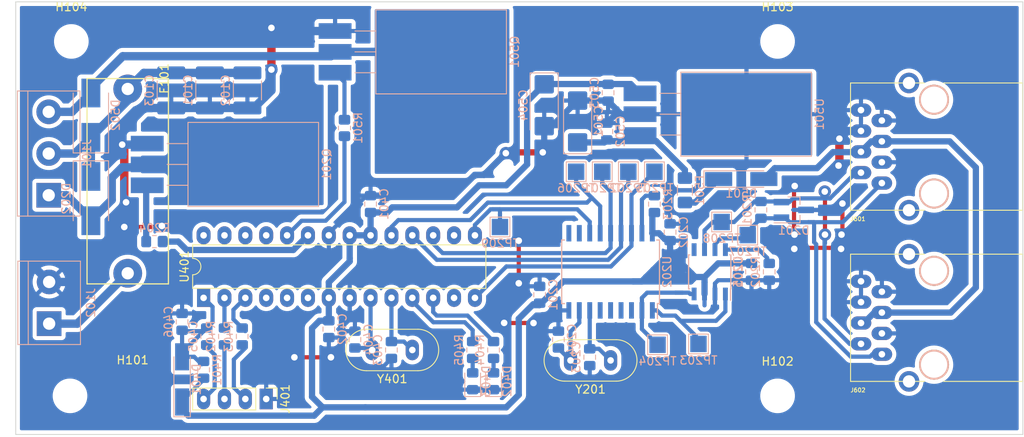
<source format=kicad_pcb>
(kicad_pcb (version 20211014) (generator pcbnew)
  (layers (0 "F.Cu" jumper) (31 "B.Cu" signal) (34 "B.Paste" user) (35 "F.Paste" user) (36 "B.SilkS" user "B.Silkscreen") (37 "F.SilkS" user "F.Silkscreen") (38 "B.Mask" user) (39 "F.Mask" user) (44 "Edge.Cuts" user))
  (net 0 "")
  (net 1 "GND")
  (net 2 "/CANBUS CONN/CAN_18V")
  (net 3 "+5V")
  (net 4 "/MCU/MCP_SS")
  (net 5 "/MCU/RESET")
  (net 6 "Net-(C203-Pad1)")
  (net 7 "Net-(C204-Pad1)")
  (net 8 "/MCU/MCP_INT")
  (net 10 "/MCU/ONCoil1")
  (net 12 "Net-(C403-Pad1)")
  (net 13 "Net-(C404-Pad1)")
  (net 14 "Net-(C405-Pad2)")
  (net 15 "/POWER SUPPLY/+18V_OUT")
  (net 16 "/MCU/LED2")
  (net 17 "/MCU/LED1")
  (net 18 "Net-(D501-Pad1)")
  (net 20 "/CANBUS CONN/CAN_L")
  (net 21 "/CANBUS CONN/CAN_H")
  (net 22 "Net-(R202-Pad1)")
  (net 23 "Net-(R203-Pad2)")
  (net 28 "/MCU/USART_RX")
  (net 29 "Net-(J401-Pad3)")
  (net 30 "Net-(J401-Pad2)")
  (net 31 "/MCU/USART_TX")
  (net 32 "/MOSI")
  (net 33 "/MISO")
  (net 34 "/CANBUS/TXCAN")
  (net 35 "/CANBUS/RXCAN")
  (net 36 "/SCK")
  (net 42 "/MCU/ONCoil2")
  (net 45 "Net-(D402-Pad2)")
  (net 46 "Net-(D403-Pad2)")
  (net 49 "+12V")
  (net 50 "/coil1_drive/Coil-")
  (net 51 "Net-(Q501-Pad1)")
  (net 52 "/coil2_drive/Coil-")
  (net 53 "Net-(Q201-Pad1)")
  (net 54 "Net-(J102-Pad1)")
  (footprint "MountingHole:MountingHole_3.2mm_M3" (layer "F.Cu") (at 249.555 23.241)
    (fp_text reference "H103")
    (fp_text value "MountingHole")
  )
  (footprint "MountingHole:MountingHole_3.2mm_M3" (layer "F.Cu") (at 249.555 66.421)
    (fp_text reference "H102")
    (fp_text value "MountingHole")
  )
  (footprint "Crystal:Crystal_HC49-U_Vertical" (layer "F.Cu") (at 229.235 62.103 180)
    (fp_text reference "Y201")
    (fp_text value "16MHz")
  )
  (footprint "Connector_PinHeader_2.54mm:PinHeader_1x04_P2.54mm_Vertical" (layer "F.Cu") (at 187.325 66.802 -90)
    (fp_text reference "J401")
    (fp_text value "USART")
  )
  (footprint "Crystal:Crystal_HC49-U_Vertical" (layer "F.Cu") (at 205.105 60.833 180)
    (fp_text reference "Y401")
    (fp_text value "16MHz")
  )
  (footprint "KicadZeniteSolarLibrary18:RJ45_YH59_01" (layer "F.Cu") (at 262.251 61.358 90)
    (fp_text reference "J602")
    (fp_text value "RJ45")
  )
  (footprint "KicadZeniteSolarLibrary18:RJ45_YH59_01" (layer "F.Cu") (at 262.247 40.503 90)
    (fp_text reference "J601")
    (fp_text value "RJ45")
  )
  (footprint "Package_DIP:DIP-28_W7.62mm" (layer "F.Cu") (at 179.705 54.483 90)
    (fp_text reference "U401")
    (fp_text value "ATMEGA328P-PU")
  )
  (footprint "MountingHole:MountingHole_3.2mm_M3" (layer "F.Cu") (at 163.611999 23.241)
    (fp_text reference "H104")
    (fp_text value "MountingHole")
  )
  (footprint "MountingHole:MountingHole_3.2mm_M3" (layer "F.Cu") (at 163.449 66.421)
    (fp_text reference "H101")
    (fp_text value "MountingHole")
  )
  (footprint "KicadZeniteSolarLibrary18:Fuse_Holder_5x20" (layer "F.Cu") (at 175.4265 27.7622 -90)
    (fp_text reference "F101")
    (fp_text value "3A")
  )
  (footprint "Package_TO_SOT_SMD:SOT-23_Handsoldering" (layer "B.Cu") (at 251.523 43.7642)
    (fp_text reference "D201")
    (fp_text value "pesd1can")
  )
  (footprint "KicadZeniteSolarLibrary18:TO-220-3_Horizontal_TabDown_SMD" (layer "B.Cu") (at 234.0864 34.6456 90)
    (fp_text reference "U501")
    (fp_text value "LM7805")
  )
  (footprint "Capacitor_Tantalum_SMD:CP_EIA-6032-20_AVX-F_Pad2.25x2.35mm_HandSolder" (layer "B.Cu") (at 221.1578 31.0134 -90)
    (fp_text reference "C504")
    (fp_text value "1uF")
  )
  (footprint "Capacitor_Tantalum_SMD:CP_EIA-6032-20_AVX-F_Pad2.25x2.35mm_HandSolder" (layer "B.Cu") (at 225.2218 32.9946 90)
    (fp_text reference "C501")
    (fp_text value "1uF")
  )
  (footprint "TestPoint:TestPoint_Pad_2.0x2.0mm" (layer "B.Cu") (at 234.95 60.198)
    (fp_text reference "TP204")
    (fp_text value "RXCAN")
  )
  (footprint "TestPoint:TestPoint_Pad_2.0x2.0mm" (layer "B.Cu") (at 231.394 39.116)
    (fp_text reference "TP202")
    (fp_text value "SO")
  )
  (footprint "TestPoint:TestPoint_Pad_2.0x2.0mm" (layer "B.Cu") (at 228.219 39.116)
    (fp_text reference "TP201")
    (fp_text value "SI")
  )
  (footprint "TestPoint:TestPoint_Pad_2.0x2.0mm" (layer "B.Cu") (at 239.9284 60.0964)
    (fp_text reference "TP203")
    (fp_text value "TXCAN")
  )
  (footprint "TestPoint:TestPoint_Pad_2.0x2.0mm" (layer "B.Cu") (at 215.773 45.847)
    (fp_text reference "TP209")
    (fp_text value "INT")
  )
  (footprint "TestPoint:TestPoint_Pad_2.0x2.0mm" (layer "B.Cu") (at 242.7478 45.2374)
    (fp_text reference "TP208")
    (fp_text value "CAN_L")
  )
  (footprint "TestPoint:TestPoint_Pad_2.0x2.0mm" (layer "B.Cu") (at 245.9228 46.8376)
    (fp_text reference "TP207")
    (fp_text value "CAN_H")
  )
  (footprint "TestPoint:TestPoint_Pad_2.0x2.0mm" (layer "B.Cu") (at 225.044 39.116)
    (fp_text reference "TP206")
    (fp_text value "SCK")
  )
  (footprint "TestPoint:TestPoint_Pad_2.0x2.0mm" (layer "B.Cu") (at 234.569 39.116)
    (fp_text reference "TP205")
    (fp_text value "SC")
  )
  (footprint "Resistor_SMD:R_0805_2012Metric_Pad1.15x1.40mm_HandSolder" (layer "B.Cu") (at 214.990344 60.833 -90)
    (fp_text reference "R404")
    (fp_text value "1k")
  )
  (footprint "Resistor_SMD:R_0805_2012Metric_Pad1.15x1.40mm_HandSolder" (layer "B.Cu") (at 184.404 59.182 -90)
    (fp_text reference "R403")
    (fp_text value "1k")
  )
  (footprint "Resistor_SMD:R_0805_2012Metric_Pad1.15x1.40mm_HandSolder" (layer "B.Cu") (at 182.245 59.182 -90)
    (fp_text reference "R402")
    (fp_text value "1k")
  )
  (footprint "Resistor_SMD:R_0805_2012Metric_Pad1.15x1.40mm_HandSolder" (layer "B.Cu") (at 179.705 63.246 90)
    (fp_text reference "R401")
    (fp_text value "10k")
  )
  (footprint "Resistor_SMD:R_0805_2012Metric_Pad1.15x1.40mm_HandSolder" (layer "B.Cu") (at 212.450344 60.833 -90)
    (fp_text reference "R405")
    (fp_text value "1k")
  )
  (footprint "Resistor_SMD:R_0805_2012Metric_Pad1.15x1.40mm_HandSolder" (layer "B.Cu") (at 247.523 43.7642 -90)
    (fp_text reference "R201")
    (fp_text value "120")
  )
  (footprint "Resistor_SMD:R_0805_2012Metric_Pad1.15x1.40mm_HandSolder" (layer "B.Cu") (at 248.539 51.308 -90)
    (fp_text reference "R202")
    (fp_text value "4k7")
  )
  (footprint "Resistor_SMD:R_0805_2012Metric_Pad1.15x1.40mm_HandSolder" (layer "B.Cu") (at 234.569 43.062 90)
    (fp_text reference "R203")
    (fp_text value "10k")
  )
  (footprint "Package_SO:SOIC-8_3.9x4.9mm_P1.27mm" (layer "B.Cu") (at 241.3 51.308 90)
    (fp_text reference "U201")
    (fp_text value "MCP2551-I/SN")
  )
  (footprint "Package_SO:SOIC-18W_7.5x11.6mm_P1.27mm" (layer "B.Cu") (at 229.235 51.308 90)
    (fp_text reference "U202")
    (fp_text value "MCP2515-xSO")
  )
  (footprint "LED_SMD:LED_0805_2012Metric_Pad1.15x1.40mm_HandSolder" (layer "B.Cu") (at 214.990344 64.643 90)
    (fp_text reference "D402")
    (fp_text value "LED_RED")
  )
  (footprint "LED_SMD:LED_0805_2012Metric_Pad1.15x1.40mm_HandSolder" (layer "B.Cu") (at 212.450344 64.643 90)
    (fp_text reference "D403")
    (fp_text value "LED_RED")
  )
  (footprint "Diode_SMD:D_MiniMELF_Handsoldering" (layer "B.Cu") (at 245.1354 40.005)
    (fp_text reference "D501")
    (fp_text value "LL4148")
  )
  (footprint "Diode_SMD:D_MiniMELF_Handsoldering" (layer "B.Cu") (at 177.0888 64.4144 90)
    (fp_text reference "D401")
    (fp_text value "LL4148")
  )
  (footprint "Capacitor_SMD:C_0805_2012Metric_Pad1.15x1.40mm_HandSolder" (layer "B.Cu") (at 228.9302 29.4894 -90)
    (fp_text reference "C503")
    (fp_text value "100nF")
  )
  (footprint "Capacitor_SMD:C_0805_2012Metric_Pad1.15x1.40mm_HandSolder" (layer "B.Cu") (at 228.7778 34.2138 90)
    (fp_text reference "C502")
    (fp_text value "100nF")
  )
  (footprint "Capacitor_SMD:C_0805_2012Metric_Pad1.15x1.40mm_HandSolder" (layer "B.Cu") (at 177.0888 57.404 -90)
    (fp_text reference "C406")
    (fp_text value "100nF")
  )
  (footprint "Capacitor_SMD:C_0805_2012Metric_Pad1.15x1.40mm_HandSolder" (layer "B.Cu") (at 180.086 59.182 -90)
    (fp_text reference "C405")
    (fp_text value "100nF")
  )
  (footprint "Capacitor_SMD:C_0805_2012Metric_Pad1.15x1.40mm_HandSolder" (layer "B.Cu") (at 198.12 59.563 90)
    (fp_text reference "C404")
    (fp_text value "22pF")
  )
  (footprint "Capacitor_SMD:C_0805_2012Metric_Pad1.15x1.40mm_HandSolder" (layer "B.Cu") (at 202.565 60.833 -90)
    (fp_text reference "C403")
    (fp_text value "22pF")
  )
  (footprint "Capacitor_SMD:C_0805_2012Metric_Pad1.15x1.40mm_HandSolder" (layer "B.Cu") (at 194.945 58.293 90)
    (fp_text reference "C402")
    (fp_text value "100nF")
  )
  (footprint "Capacitor_SMD:C_0805_2012Metric_Pad1.15x1.40mm_HandSolder" (layer "B.Cu") (at 200.025 43.053 90)
    (fp_text reference "C401")
    (fp_text value "100nF")
  )
  (footprint "Capacitor_SMD:C_0805_2012Metric_Pad1.15x1.40mm_HandSolder" (layer "B.Cu") (at 246.38 51.308 -90)
    (fp_text reference "C205")
    (fp_text value "100nF")
  )
  (footprint "Capacitor_SMD:C_0805_2012Metric_Pad1.15x1.40mm_HandSolder" (layer "B.Cu") (at 222.885 59.563 90)
    (fp_text reference "C204")
    (fp_text value "22pF")
  )
  (footprint "Capacitor_SMD:C_0805_2012Metric_Pad1.15x1.40mm_HandSolder" (layer "B.Cu") (at 226.695 61.713 -90)
    (fp_text reference "C203")
    (fp_text value "22pF")
  )
  (footprint "Capacitor_SMD:C_0805_2012Metric_Pad1.15x1.40mm_HandSolder" (layer "B.Cu") (at 236.474 46.482 90)
    (fp_text reference "C202")
    (fp_text value "100nF")
  )
  (footprint "Capacitor_SMD:C_0805_2012Metric_Pad1.15x1.40mm_HandSolder" (layer "B.Cu") (at 220.599 54.102 90)
    (fp_text reference "C201")
    (fp_text value "100nF")
  )
  (footprint "Fuse:Fuse_1206_3216Metric_Pad1.42x1.75mm_HandSolder" (layer "B.Cu") (at 238.2774 41.3766 90)
    (fp_text reference "F501")
    (fp_text value "500mA")
  )
  (footprint "Capacitor_SMD:C_1812_4532Metric_Pad1.57x3.40mm_HandSolder" (layer "B.Cu") (at 185.039 29.21 -90)
    (fp_text reference "C102")
    (fp_text value "4.7uF")
  )
  (footprint "Capacitor_SMD:C_1812_4532Metric_Pad1.57x3.40mm_HandSolder" (layer "B.Cu") (at 175.768 29.21 -90)
    (fp_text reference "C103")
    (fp_text value "4.7uF")
  )
  (footprint "TerminalBlock:TerminalBlock_bornier-3_P5.08mm" (layer "B.Cu") (at 160.8582 41.9786 90)
    (fp_text reference "J101")
    (fp_text value "Conn_01x03")
  )
  (footprint "TerminalBlock:TerminalBlock_bornier-2_P5.08mm" (layer "B.Cu") (at 160.909 57.625 90)
    (fp_text reference "J102")
    (fp_text value "+12V")
  )
  (footprint "Resistor_SMD:R_0805_2012Metric_Pad1.20x1.40mm_HandSolder" (layer "B.Cu") (at 196.85 33.782 90)
    (fp_text reference "R501")
    (fp_text value "100")
  )
  (footprint "Diode_SMD:D_SMB_Handsoldering" (layer "B.Cu") (at 165.989 42.385 -90)
    (fp_text reference "D202")
    (fp_text value "3A")
  )
  (footprint "KicadZeniteSolarLibrary18:TO-220-3_Horizontal_TabDown_SMD" (layer "B.Cu") (at 174.117 40.767 90)
    (fp_text reference "Q201")
    (fp_text value "IRF530")
  )
  (footprint "Resistor_SMD:R_0805_2012Metric_Pad1.20x1.40mm_HandSolder" (layer "B.Cu") (at 173.72 47.625 180)
    (fp_text reference "R204")
    (fp_text value "100")
  )
  (footprint "KicadZeniteSolarLibrary18:TO-220-3_Horizontal_TabDown_SMD" (layer "B.Cu") (at 196.977 27.051 90)
    (fp_text reference "Q501")
    (fp_text value "IRF530")
  )
  (footprint "Capacitor_SMD:C_1812_4532Metric_Pad1.57x3.40mm_HandSolder" (layer "B.Cu") (at 180.467 29.21 -90)
    (fp_text reference "C101")
    (fp_text value "4.7uF")
  )
  (footprint "Diode_SMD:D_SMB_Handsoldering" (layer "B.Cu") (at 165.989 32.225 90)
    (fp_text reference "D502")
    (fp_text value "3A")
  )
  (gr_line (start 156.845 71.12) (end 279.4 71.12) (layer "Edge.Cuts") (width 0.1))
  (gr_line (start 279.4 71.12) (end 279.4 18.415) (layer "Edge.Cuts") (width 0.1))
  (gr_line (start 279.4 18.415) (end 156.845 18.415) (layer "Edge.Cuts") (width 0.1))
  (gr_line (start 156.845 18.415) (end 156.845 71.12) (layer "Edge.Cuts") (width 0.1))
  (segment (start 257.446354 46.663347) (end 257.333709 46.775992) (width 0.508) (layer "F.Cu") (net 1))
  (segment (start 216.296962 57.546956) (end 218.792296 57.546956) (width 0.508) (layer "F.Cu") (net 1))
  (segment (start 257.078254 38.261399) (end 256.9718 38.367853) (width 1.016) (layer "F.Cu") (net 1))
  (segment (start 190.754 61.722) (end 195.199 61.722) (width 0.508) (layer "F.Cu") (net 1))
  (segment (start 257.078254 35.090842) (end 257.078254 38.261399) (width 1.016) (layer "F.Cu") (net 1))
  (segment (start 216.5858 36.7538) (end 216.4842 36.8554) (width 0.762) (layer "F.Cu") (net 1))
  (segment (start 216.281006 57.531) (end 216.296962 57.546956) (width 0.508) (layer "F.Cu") (net 1))
  (segment (start 187.96 21.59) (end 187.96 26.67) (width 1.016) (layer "F.Cu") (net 1))
  (segment (start 170.053 42.619711) (end 170.270201 42.836912) (width 1.016) (layer "F.Cu") (net 1))
  (segment (start 251.333 48.514) (end 251.459994 48.387006) (width 0.508) (layer "F.Cu") (net 1))
  (segment (start 170.053 36.068) (end 170.053 42.619711) (width 1.016) (layer "F.Cu") (net 1))
  (segment (start 218.792296 57.546956) (end 219.852956 57.546956) (width 0.508) (layer "F.Cu") (net 1))
  (segment (start 218.059 47.521968) (end 218.059 52.704998) (width 0.508) (layer "F.Cu") (net 1))
  (segment (start 251.6378 40.8527) (end 251.556104 40.934396) (width 0.508) (layer "F.Cu") (net 1))
  (segment (start 174.498 45.847) (end 174.625 45.72) (width 0.508) (layer "F.Cu") (net 1))
  (segment (start 251.459994 48.387006) (end 255.86034 48.387006) (width 0.508) (layer "F.Cu") (net 1))
  (segment (start 220.98 36.7538) (end 216.5858 36.7538) (width 0.762) (layer "F.Cu") (net 1))
  (segment (start 255.86034 48.387006) (end 256.921 48.387006) (width 0.508) (layer "F.Cu") (net 1))
  (segment (start 257.446354 42.987554) (end 257.446354 46.663347) (width 0.508) (layer "F.Cu") (net 1))
  (segment (start 170.053 45.847) (end 174.498 45.847) (width 0.508) (layer "F.Cu") (net 1))
  (segment (start 169.799 35.814) (end 170.053 36.068) (width 1.016) (layer "F.Cu") (net 1))
  (segment (start 251.556104 40.934396) (end 251.556104 45.99901) (width 0.508) (layer "F.Cu") (net 1))
  (via (at 195.199 61.722) (size 1.5) (drill 0.8) (layers "F.Cu" "B.Cu") (net 1))
  (via (at 218.059 52.704998) (size 1.5) (drill 0.8) (layers "F.Cu" "B.Cu") (net 1))
  (via (at 257.446354 42.987554) (size 1.5) (drill 0.8) (layers "F.Cu" "B.Cu") (net 1))
  (via (at 216.281 57.531006) (size 1.5) (drill 0.8) (layers "F.Cu" "B.Cu") (net 1))
  (via (at 169.799 35.814) (size 1.5) (drill 0.8) (layers "F.Cu" "B.Cu") (net 1))
  (via (at 170.270201 42.836912) (size 1.5) (drill 0.8) (layers "F.Cu" "B.Cu") (net 1))
  (via (at 174.625 45.72) (size 1.5) (drill 0.8) (layers "F.Cu" "B.Cu") (net 1))
  (via (at 187.96 21.59) (size 1.5) (drill 0.8) (layers "F.Cu" "B.Cu") (net 1))
  (via (at 257.279709 48.514) (size 1.5) (drill 0.8) (layers "F.Cu" "B.Cu") (net 1))
  (via (at 251.6378 40.8527) (size 1.5) (drill 0.8) (layers "F.Cu" "B.Cu") (net 1))
  (via (at 251.587 48.514) (size 1.5) (drill 0.8) (layers "F.Cu" "B.Cu") (net 1))
  (via (at 251.610104 46.77621) (size 1.5) (drill 0.8) (layers "F.Cu" "B.Cu") (net 1))
  (via (at 187.96 26.67) (size 1.5) (drill 0.8) (layers "F.Cu" "B.Cu") (net 1))
  (via (at 218.059 47.521968) (size 1.5) (drill 0.8) (layers "F.Cu" "B.Cu") (net 1))
  (via (at 257.333709 46.775992) (size 1.5) (drill 0.8) (layers "F.Cu" "B.Cu") (net 1))
  (via (at 170.053 45.847) (size 1.5) (drill 0.8) (layers "F.Cu" "B.Cu") (net 1))
  (via (at 256.9718 38.367853) (size 1.5) (drill 0.8) (layers "F.Cu" "B.Cu") (net 1))
  (via (at 220.98 36.7538) (size 1.5) (drill 0.8) (layers "F.Cu" "B.Cu") (net 1))
  (via (at 216.4842 36.8554) (size 1.5) (drill 0.8) (layers "F.Cu" "B.Cu") (net 1))
  (via (at 190.754 61.722) (size 1.5) (drill 0.8) (layers "F.Cu" "B.Cu") (net 1))
  (via (at 257.078254 35.090842) (size 1.5) (drill 0.8) (layers "F.Cu" "B.Cu") (net 1))
  (via (at 219.852956 57.546956) (size 1.5) (drill 0.8) (layers "F.Cu" "B.Cu") (net 1))
  (segment (start 213.84212 39.49748) (end 212.707148 39.49748) (width 0.762) (layer "B.Cu") (net 1))
  (segment (start 220.98 36.7538) (end 221.1578 36.576) (width 0.762) (layer "B.Cu") (net 1))
  (segment (start 187.96 26.67) (end 187.96 29.21) (width 1.016) (layer "B.Cu") (net 1))
  (segment (start 196.65799 57.939011) (end 196.685001 57.912) (width 0.508) (layer "B.Cu") (net 1))
  (segment (start 189.738 21.971) (end 195.707 21.971) (width 1.016) (layer "B.Cu") (net 1))
  (segment (start 216.99268 36.90668) (end 216.99268 37.0078) (width 0.762) (layer "B.Cu") (net 1))
  (segment (start 225.2218 30.4446) (end 228.8604 30.4446) (width 0.762) (layer "B.Cu") (net 1))
  (segment (start 221.1578 36.576) (end 221.1578 33.5634) (width 0.762) (layer "B.Cu") (net 1))
  (segment (start 241.935 53.086) (end 241.935 55.118) (width 0.508) (layer "B.Cu") (net 1))
  (segment (start 216.4842 36.8554) (end 213.84212 39.49748) (width 0.762) (layer "B.Cu") (net 1))
  (segment (start 241.935 53.086) (end 241.935 54.008) (width 0.508) (layer "B.Cu") (net 1))
  (segment (start 198.12 58.538) (end 196.930001 58.538) (width 0.508) (layer "B.Cu") (net 1))
  (segment (start 259.703 34.148) (end 258.021096 34.148) (width 1.016) (layer "B.Cu") (net 1))
  (segment (start 170.053 47.244) (end 170.053 45.847) (width 1.016) (layer "B.Cu") (net 1))
  (segment (start 248.285 52.333) (end 246.38 52.333) (width 0.508) (layer "B.Cu") (net 1))
  (segment (start 256.669708 43.7642) (end 253.023 43.7642) (width 0.508) (layer "B.Cu") (net 1))
  (segment (start 198.12 62.738) (end 196.685001 61.303001) (width 0.25) (layer "B.Cu") (net 1))
  (segment (start 216.4842 36.8554) (end 216.9414 36.8554) (width 0.762) (layer "B.Cu") (net 1))
  (segment (start 257.446354 42.987554) (end 256.669708 43.7642) (width 0.508) (layer "B.Cu") (net 1))
  (segment (start 169.799 34.036) (end 172.4875 31.3475) (width 1.016) (layer "B.Cu") (net 1))
  (segment (start 246.38 52.333) (end 242.327 52.333) (width 0.508) (layer "B.Cu") (net 1))
  (segment (start 229.861 32.1056) (end 232.8164 32.1056) (width 0.762) (layer "B.Cu") (net 1))
  (segment (start 164.629511 26.759489) (end 161.581511 26.759489) (width 1.016) (layer "B.Cu") (net 1))
  (segment (start 187.96 21.59) (end 188.341 21.971) (width 1.016) (layer "B.Cu") (net 1))
  (segment (start 212.707148 39.49748) (end 210.176628 42.028) (width 0.762) (layer "B.Cu") (net 1))
  (segment (start 164.629511 26.759489) (end 169.418 21.971) (width 1.016) (layer "B.Cu") (net 1))
  (segment (start 199.526 42.028) (end 194.945 46.609) (width 0.508) (layer "B.Cu") (net 1))
  (segment (start 198.063798 62.738) (end 196.65799 61.332192) (width 0.508) (layer "B.Cu") (net 1))
  (segment (start 172.118 35.814) (end 172.339 36.035) (width 1.016) (layer "B.Cu") (net 1))
  (segment (start 188.341 21.971) (end 189.738 21.971) (width 1.016) (layer "B.Cu") (net 1))
  (segment (start 170.053 47.244) (end 164.752 52.545) (width 1.016) (layer "B.Cu") (net 1))
  (segment (start 194.945 46.609) (end 194.945 46.863) (width 0.508) (layer "B.Cu") (net 1))
  (segment (start 241.935 52.725) (end 241.935 53.086) (width 0.508) (layer "B.Cu") (net 1))
  (segment (start 230.5214 32.1056) (end 228.9302 30.5144) (width 0.762) (layer "B.Cu") (net 1))
  (segment (start 229.861 32.1056) (end 230.5214 32.1056) (width 0.762) (layer "B.Cu") (net 1))
  (segment (start 172.339 36.035) (end 172.339 35.941) (width 0.508) (layer "B.Cu") (net 1))
  (segment (start 214.990344 65.668) (end 212.450344 65.668) (width 0.762) (layer "B.Cu") (net 1))
  (segment (start 164.752 52.545) (end 160.909 52.545) (width 1.016) (layer "B.Cu") (net 1))
  (segment (start 196.685001 57.912) (end 197.485 57.112001) (width 0.508) (layer "B.Cu") (net 1))
  (segment (start 256.923 46.6642) (end 257.221917 46.6642) (width 0.508) (layer "B.Cu") (net 1))
  (segment (start 222.103 33.5634) (end 225.2218 30.4446) (width 0.762) (layer "B.Cu") (net 1))
  (segment (start 170.270201 42.836912) (end 170.053 43.054113) (width 1.016) (layer "B.Cu") (net 1))
  (segment (start 170.053 43.054113) (end 170.053 45.847) (width 1.016) (layer "B.Cu") (net 1))
  (segment (start 158.342689 29.998311) (end 158.342689 49.978689) (width 1.016) (layer "B.Cu") (net 1))
  (segment (start 196.685001 58.293) (end 196.685001 57.912) (width 0.508) (layer "B.Cu") (net 1))
  (segment (start 228.7778 33.1888) (end 229.861 32.1056) (width 0.762) (layer "B.Cu") (net 1))
  (segment (start 241.935 55.118) (end 241.935 55.499) (width 0.508) (layer "B.Cu") (net 1))
  (segment (start 160.909 52.451) (end 160.909 52.545) (width 0.508) (layer "B.Cu") (net 1))
  (segment (start 210.176628 42.028) (end 200.025 42.028) (width 0.762) (layer "B.Cu") (net 1))
  (segment (start 257.221917 46.6642) (end 257.333709 46.775992) (width 0.508) (layer "B.Cu") (net 1))
  (segment (start 241.935 55.499) (end 241.935 55.753) (width 0.508) (layer "B.Cu") (net 1))
  (segment (start 200.025 42.028) (end 199.526 42.028) (width 0.508) (layer "B.Cu") (net 1))
  (segment (start 202.565 61.858) (end 201.57848 62.84452) (width 0.508) (layer "B.Cu") (net 1))
  (segment (start 258.021096 34.148) (end 257.078254 35.090842) (width 1.016) (layer "B.Cu") (net 1))
  (segment (start 228.8604 30.4446) (end 228.9302 30.5144) (width 0.762) (layer "B.Cu") (net 1))
  (segment (start 216.9414 36.8554) (end 216.99268 36.90668) (width 0.762) (layer "B.Cu") (net 1))
  (segment (start 197.485 57.112001) (end 197.485 54.483) (width 0.508) (layer "B.Cu") (net 1))
  (segment (start 196.65799 61.332192) (end 196.65799 57.939011) (width 0.508) (layer "B.Cu") (net 1))
  (segment (start 187.96 29.21) (end 185.8225 31.3475) (width 1.016) (layer "B.Cu") (net 1))
  (segment (start 201.57848 62.84452) (end 198.22652 62.84452) (width 0.508) (layer "B.Cu") (net 1))
  (segment (start 172.4875 31.3475) (end 185.039 31.3475) (width 1.016) (layer "B.Cu") (net 1))
  (segment (start 161.581511 26.759489) (end 158.342689 29.998311) (width 1.016) (layer "B.Cu") (net 1))
  (segment (start 185.8225 31.3475) (end 185.039 31.3475) (width 1.016) (layer "B.Cu") (net 1))
  (segment (start 198.22652 62.84452) (end 198.12 62.738) (width 0.508) (layer "B.Cu") (net 1))
  (segment (start 198.12 62.738) (end 198.063798 62.738) (width 0.508) (layer "B.Cu") (net 1))
  (segment (start 242.327 52.333) (end 241.935 52.725) (width 0.508) (layer "B.Cu") (net 1))
  (segment (start 221.1578 33.5634) (end 222.103 33.5634) (width 0.762) (layer "B.Cu") (net 1))
  (segment (start 169.799 35.814) (end 172.118 35.814) (width 1.016) (layer "B.Cu") (net 1))
  (segment (start 169.418 21.971) (end 189.738 21.971) (width 1.016) (layer "B.Cu") (net 1))
  (segment (start 196.930001 58.538) (end 196.685001 58.293) (width 0.508) (layer "B.Cu") (net 1))
  (segment (start 169.799 35.814) (end 169.799 34.036) (width 1.016) (layer "B.Cu") (net 1))
  (segment (start 232.8164 32.1056) (end 230.5214 32.1056) (width 0.508) (layer "B.Cu") (net 1))
  (segment (start 158.342689 49.978689) (end 160.909 52.545) (width 1.016) (layer "B.Cu") (net 1))
  (segment (start 260.973 35.418) (end 259.703 36.688) (width 0.762) (layer "B.Cu") (net 2))
  (segment (start 262.247 56.273) (end 270.625 56.273) (width 0.762) (layer "B.Cu") (net 2))
  (segment (start 259.661658 36.729342) (end 256.293105 36.729342) (width 0.762) (layer "B.Cu") (net 2))
  (segment (start 270.495 35.418) (end 262.243 35.418) (width 0.762) (layer "B.Cu") (net 2))
  (segment (start 262.247 56.273) (end 261.3286 56.273) (width 0.762) (layer "B.Cu") (net 2))
  (segment (start 261.3286 56.273) (end 260.0586 57.543) (width 0.762) (layer "B.Cu") (net 2))
  (segment (start 262.243 35.418) (end 260.973 35.418) (width 0.762) (layer "B.Cu") (net 2))
  (segment (start 259.703 36.688) (end 259.661658 36.729342) (width 0.762) (layer "B.Cu") (net 2))
  (segment (start 270.625 56.273) (end 273.685 53.213) (width 0.762) (layer "B.Cu") (net 2))
  (segment (start 247.8854 40.005) (end 247.8854 39.9474) (width 1.016) (layer "B.Cu") (net 2))
  (segment (start 273.685 53.213) (end 273.685 38.608) (width 0.762) (layer "B.Cu") (net 2))
  (segment (start 254.342536 38.679911) (end 249.210489 38.679911) (width 0.762) (layer "B.Cu") (net 2))
  (segment (start 260.0586 57.543) (end 259.707 57.543) (width 0.762) (layer "B.Cu") (net 2))
  (segment (start 249.210489 38.679911) (end 247.8854 40.005) (width 0.762) (layer "B.Cu") (net 2))
  (segment (start 256.293105 36.729342) (end 254.342536 38.679911) (width 0.762) (layer "B.Cu") (net 2))
  (segment (start 273.685 38.608) (end 270.495 35.418) (width 0.762) (layer "B.Cu") (net 2))
  (segment (start 219.799 55.127) (end 220.599 55.127) (width 0.508) (layer "B.Cu") (net 3))
  (segment (start 233.0196 52.4764) (end 233.553 51.943) (width 0.762) (layer "B.Cu") (net 3))
  (segment (start 179.4764 64.6266) (end 179.4764 64.659646) (width 0.508) (layer "B.Cu") (net 3))
  (segment (start 194.945 57.268) (end 193.811 57.268) (width 0.762) (layer "B.Cu") (net 3))
  (segment (start 194.945 52.578) (end 197.485 50.038) (width 0.762) (layer "B.Cu") (net 3))
  (segment (start 238.6076 51.9684) (end 238.4044 51.7652) (width 0.762) (layer "B.Cu") (net 3))
  (segment (start 221.1578 28.4634) (end 219.075 30.5462) (width 0.762) (layer "B.Cu") (net 3))
  (segment (start 234.325 46.618) (end 234.315 46.608) (width 0.762) (layer "B.Cu") (net 3))
  (segment (start 240.665 51.943) (end 239.522 51.943) (width 0.762) (layer "B.Cu") (net 3))
  (segment (start 223.4692 52.4764) (end 220.5736 55.372) (width 0.762) (layer "B.Cu") (net 3))
  (segment (start 239.0775 51.4985) (end 238.6076 51.9684) (width 0.762) (layer "B.Cu") (net 3))
  (segment (start 219.71 55.372) (end 219.71 55.216) (width 0.508) (layer "B.Cu") (net 3))
  (segment (start 197.485 50.038) (end 197.485 49.657) (width 0.762) (layer "B.Cu") (net 3))
  (segment (start 200.025 46.863) (end 197.485 46.863) (width 0.762) (layer "B.Cu") (net 3))
  (segment (start 234.315 46.608) (end 234.315 44.087) (width 0.762) (layer "B.Cu") (net 3))
  (segment (start 235.839 47.324) (end 236.291 47.324) (width 0.762) (layer "B.Cu") (net 3))
  (segment (start 233.553 51.943) (end 234.2642 51.943) (width 0.762) (layer "B.Cu") (net 3))
  (segment (start 240.665 54.008) (end 240.665 52.578) (width 0.762) (layer "B.Cu") (net 3))
  (segment (start 240.665 54.008) (end 240.665 55.3974) (width 0.508) (layer "B.Cu") (net 3))
  (segment (start 232.0036 52.4764) (end 223.4692 52.4764) (width 0.762) (layer "B.Cu") (net 3))
  (segment (start 177.8508 68.834) (end 193.167 68.834) (width 0.762) (layer "B.Cu") (net 3))
  (segment (start 213.233 40.767) (end 210.545372 43.454628) (width 0.762) (layer "B.Cu") (net 3))
  (segment (start 234.442 51.054) (end 235.0516 51.054) (width 0.762) (layer "B.Cu") (net 3))
  (segment (start 220.5736 55.372) (end 219.71 55.372) (width 0.762) (layer "B.Cu") (net 3))
  (segment (start 194.945 54.483) (end 194.945 57.268) (width 0.762) (layer "B.Cu") (net 3))
  (segment (start 239.522 51.943) (end 239.0775 51.4985) (width 0.762) (layer "B.Cu") (net 3))
  (segment (start 234.2642 51.943) (end 235.6358 51.943) (width 0.762) (layer "B.Cu") (net 3))
  (segment (start 232.0036 52.4764) (end 238.9886 52.4764) (width 0.762) (layer "B.Cu") (net 3))
  (segment (start 240.665 51.943) (end 240.665 52.578) (width 0.762) (layer "B.Cu") (net 3))
  (segment (start 197.485 49.657) (end 197.485 46.863) (width 0.762) (layer "B.Cu") (net 3))
  (segment (start 202.671372 43.454628) (end 202.048 44.078) (width 0.762) (layer "B.Cu") (net 3))
  (segment (start 202.048 44.078) (end 200.025 44.078) (width 0.762) (layer "B.Cu") (net 3))
  (segment (start 234.2642 51.943) (end 234.4166 51.943) (width 0.762) (layer "B.Cu") (net 3))
  (segment (start 234.315 46.608) (end 235.123 46.608) (width 0.762) (layer "B.Cu") (net 3))
  (segment (start 218.059 57.023) (end 218.059 66.294) (width 0.762) (layer "B.Cu") (net 3))
  (segment (start 210.545372 43.454628) (end 202.671372 43.454628) (width 0.762) (layer "B.Cu") (net 3))
  (segment (start 234.442 51.054) (end 236.474 49.022) (width 0.762) (layer "B.Cu") (net 3))
  (segment (start 235.123 46.608) (end 235.839 47.324) (width 0.762) (layer "B.Cu") (net 3))
  (segment (start 219.075 38.227) (end 216.535 40.767) (width 0.762) (layer "B.Cu") (net 3))
  (segment (start 193.167 68.834) (end 194.183 67.818) (width 0.762) (layer "B.Cu") (net 3))
  (segment (start 240.665 51.943) (end 242.325 50.283) (width 0.762) (layer "B.Cu") (net 3))
  (segment (start 192.901001 66.536001) (end 194.183 67.818) (width 0.762) (layer "B.Cu") (net 3))
  (segment (start 219.71 55.372) (end 218.059 57.023) (width 0.762) (layer "B.Cu") (net 3))
  (segment (start 239.0775 51.4985) (end 236.474 48.895) (width 0.762) (layer "B.Cu") (net 3))
  (segment (start 242.325 50.283) (end 246.38 50.283) (width 0.762) (layer "B.Cu") (net 3))
  (segment (start 219.075 30.5462) (end 219.075 38.227) (width 0.762) (layer "B.Cu") (net 3))
  (segment (start 234.4166 51.943) (end 235.8644 50.4952) (width 0.762) (layer "B.Cu") (net 3))
  (segment (start 233.553 51.943) (end 234.442 51.054) (width 0.762) (layer "B.Cu") (net 3))
  (segment (start 199.39 67.818) (end 194.183 67.818) (width 0.762) (layer "B.Cu") (net 3))
  (segment (start 236.474 48.895) (end 236.474 47.507) (width 0.762) (layer "B.Cu") (net 3))
  (segment (start 192.901001 58.177999) (end 192.901001 66.536001) (width 0.762) (layer "B.Cu") (net 3))
  (segment (start 177.0888 68.072) (end 177.8508 68.834) (width 0.762) (layer "B.Cu") (net 3))
  (segment (start 235.6358 51.943) (end 235.0516 51.3588) (width 0.762) (layer "B.Cu") (net 3))
  (segment (start 221.19012 28.43108) (end 231.68188 28.43108) (width 0.762) (layer "B.Cu") (net 3))
  (segment (start 177.0888 67.1644) (end 177.0888 68.072) (width 0.762) (layer "B.Cu") (net 3))
  (segment (start 193.811 57.268) (end 192.901001 58.177999) (width 0.762) (layer "B.Cu") (net 3))
  (segment (start 231.68188 28.43108) (end 232.8164 29.5656) (width 0.762) (layer "B.Cu") (net 3))
  (segment (start 177.0888 67.047246) (end 177.0888 67.1644) (width 0.508) (layer "B.Cu") (net 3))
  (segment (start 221.1578 28.4634) (end 221.19012 28.43108) (width 0.762) (layer "B.Cu") (net 3))
  (segment (start 236.291 47.324) (end 236.474 47.507) (width 0.762) (layer "B.Cu") (net 3))
  (segment (start 236.474 49.022) (end 236.474 48.895) (width 0.762) (layer "B.Cu") (net 3))
  (segment (start 218.059 66.294) (end 216.535 67.818) (width 0.762) (layer "B.Cu") (net 3))
  (segment (start 179.4764 64.659646) (end 177.0888 67.047246) (width 0.508) (layer "B.Cu") (net 3))
  (segment (start 200.025 44.078) (end 200.025 46.863) (width 0.762) (layer "B.Cu") (net 3))
  (segment (start 219.71 55.216) (end 219.799 55.127) (width 0.508) (layer "B.Cu") (net 3))
  (segment (start 216.535 40.767) (end 213.233 40.767) (width 0.762) (layer "B.Cu") (net 3))
  (segment (start 238.9886 52.4764) (end 239.522 51.943) (width 0.762) (layer "B.Cu") (net 3))
  (segment (start 194.945 54.483) (end 194.945 52.578) (width 0.762) (layer "B.Cu") (net 3))
  (segment (start 232.0036 52.4764) (end 233.0196 52.4764) (width 0.762) (layer "B.Cu") (net 3))
  (segment (start 235.0516 51.3588) (end 235.0516 51.054) (width 0.762) (layer "B.Cu") (net 3))
  (segment (start 216.535 67.818) (end 199.39 67.818) (width 0.762) (layer "B.Cu") (net 3))
  (segment (start 231.775 41.91) (end 232.806999 40.878001) (width 0.508) (layer "B.Cu") (net 4))
  (segment (start 231.775 46.608) (end 231.775 41.91) (width 0.508) (layer "B.Cu") (net 4))
  (segment (start 231.775 48.161648) (end 229.27803 50.658618) (width 0.508) (layer "B.Cu") (net 4))
  (segment (start 232.806999 40.878001) (end 234.569 39.116) (width 0.508) (layer "B.Cu") (net 4))
  (segment (start 216.549382 50.658618) (end 212.725 54.483) (width 0.508) (layer "B.Cu") (net 4))
  (segment (start 229.27803 50.658618) (end 216.549382 50.658618) (width 0.508) (layer "B.Cu") (net 4))
  (segment (start 231.775 46.608) (end 231.775 48.161648) (width 0.508) (layer "B.Cu") (net 4))
  (segment (start 178.5642 61.6644) (end 179.4764 62.5766) (width 0.508) (layer "B.Cu") (net 5))
  (segment (start 177.165 60.588) (end 176.666 61.087) (width 0.762) (layer "B.Cu") (net 5))
  (segment (start 179.705 54.483) (end 180.7972 55.5752) (width 0.508) (layer "B.Cu") (net 5))
  (segment (start 180.7972 57.4458) (end 179.705 58.538) (width 0.508) (layer "B.Cu") (net 5))
  (segment (start 177.1978 58.538) (end 177.0888 58.429) (width 0.508) (layer "B.Cu") (net 5))
  (segment (start 177.0888 58.429) (end 177.0888 61.6644) (width 0.508) (layer "B.Cu") (net 5))
  (segment (start 180.7972 55.5752) (end 180.7972 57.4458) (width 0.508) (layer "B.Cu") (net 5))
  (segment (start 177.0888 61.6644) (end 177.0888 61.1542) (width 0.508) (layer "B.Cu") (net 5))
  (segment (start 177.0888 61.1542) (end 179.705 58.538) (width 0.508) (layer "B.Cu") (net 5))
  (segment (start 177.0888 61.6644) (end 178.5642 61.6644) (width 0.508) (layer "B.Cu") (net 5))
  (segment (start 179.705 58.538) (end 177.1978 58.538) (width 0.508) (layer "B.Cu") (net 5))
  (segment (start 229.235 62.103) (end 227.82 60.688) (width 0.508) (layer "B.Cu") (net 6))
  (segment (start 227.82 60.688) (end 226.695 60.688) (width 0.508) (layer "B.Cu") (net 6))
  (segment (start 226.695 56.008) (end 226.695 60.688) (width 0.508) (layer "B.Cu") (net 6))
  (segment (start 225.425 57.516) (end 224.355 58.586) (width 0.508) (layer "B.Cu") (net 7))
  (segment (start 224.355 61.04234) (end 224.355 62.103) (width 0.508) (layer "B.Cu") (net 7))
  (segment (start 222.885 60.588) (end 222.885 60.633) (width 0.508) (layer "B.Cu") (net 7))
  (segment (start 225.425 56.008) (end 225.425 57.516) (width 0.508) (layer "B.Cu") (net 7))
  (segment (start 222.885 60.633) (end 224.355 62.103) (width 0.508) (layer "B.Cu") (net 7))
  (segment (start 224.355 58.586) (end 224.355 61.04234) (width 0.508) (layer "B.Cu") (net 7))
  (segment (start 214.63 43.688) (end 214.884 43.688) (width 0.508) (layer "B.Cu") (net 8))
  (segment (start 215.773 45.847) (end 215.773 44.339) (width 0.508) (layer "B.Cu") (net 8))
  (segment (start 225.176602 43.688) (end 214.884 43.688) (width 0.508) (layer "B.Cu") (net 8))
  (segment (start 214.884 43.688) (end 215.773 43.688) (width 0.508) (layer "B.Cu") (net 8))
  (segment (start 215.773 44.339) (end 215.773 43.688) (width 0.508) (layer "B.Cu") (net 8))
  (segment (start 212.725 46.863) (end 212.725 45.593) (width 0.508) (layer "B.Cu") (net 8))
  (segment (start 226.695 46.608) (end 226.695 45.206398) (width 0.508) (layer "B.Cu") (net 8))
  (segment (start 226.695 45.206398) (end 225.176602 43.688) (width 0.508) (layer "B.Cu") (net 8))
  (segment (start 212.725 45.593) (end 214.63 43.688) (width 0.508) (layer "B.Cu") (net 8))
  (segment (start 176.625 47.625) (end 177.64832 48.64832) (width 0.762) (layer "B.Cu") (net 10))
  (segment (start 174.72 47.625) (end 176.625 47.625) (width 0.762) (layer "B.Cu") (net 10))
  (segment (start 192.405 46.863) (end 192.024 46.482) (width 0.508) (layer "B.Cu") (net 10))
  (segment (start 177.64832 48.64832) (end 190.61968 48.64832) (width 0.762) (layer "B.Cu") (net 10))
  (segment (start 192.405 46.863) (end 192.659 47.117) (width 0.508) (layer "B.Cu") (net 10))
  (segment (start 190.61968 48.64832) (end 192.405 46.863) (width 0.762) (layer "B.Cu") (net 10))
  (segment (start 202.565 59.808) (end 204.08 59.808) (width 0.508) (layer "B.Cu") (net 12))
  (segment (start 204.08 59.808) (end 205.105 60.833) (width 0.508) (layer "B.Cu") (net 12))
  (segment (start 202.565 59.808) (end 202.565 54.483) (width 0.508) (layer "B.Cu") (net 12))
  (segment (start 200.025 54.483) (end 200.025 60.633) (width 0.508) (layer "B.Cu") (net 13))
  (segment (start 199.98 60.588) (end 200.225 60.833) (width 0.508) (layer "B.Cu") (net 13))
  (segment (start 200.025 60.633) (end 200.225 60.833) (width 0.508) (layer "B.Cu") (net 13))
  (segment (start 198.12 60.588) (end 199.98 60.588) (width 0.508) (layer "B.Cu") (net 13))
  (segment (start 180.222 60.588) (end 181.0512 61.4172) (width 0.508) (layer "B.Cu") (net 14))
  (segment (start 179.705 60.588) (end 180.222 60.588) (width 0.508) (layer "B.Cu") (net 14))
  (segment (start 181.0512 61.4172) (end 181.0512 65.4558) (width 0.508) (layer "B.Cu") (net 14))
  (segment (start 179.705 66.802) (end 179.705 67.183) (width 0.508) (layer "B.Cu") (net 14))
  (segment (start 181.0512 65.4558) (end 179.705 66.802) (width 0.508) (layer "B.Cu") (net 14))
  (segment (start 228.9212 35.3822) (end 228.7778 35.2388) (width 0.762) (layer "B.Cu") (net 15))
  (segment (start 225.2218 35.5446) (end 228.472 35.5446) (width 0.762) (layer "B.Cu") (net 15))
  (segment (start 238.2774 38.8874) (end 234.7722 35.3822) (width 0.762) (layer "B.Cu") (net 15))
  (segment (start 238.2774 39.8891) (end 238.2774 38.8874) (width 0.762) (layer "B.Cu") (net 15))
  (segment (start 234.7722 35.3822) (end 228.9212 35.3822) (width 0.762) (layer "B.Cu") (net 15))
  (segment (start 228.472 35.5446) (end 228.7778 35.2388) (width 0.762) (layer "B.Cu") (net 15))
  (segment (start 207.645 54.483) (end 207.645 56.2102) (width 0.508) (layer "B.Cu") (net 16))
  (segment (start 207.645 56.2102) (end 208.0768 56.642) (width 0.508) (layer "B.Cu") (net 16))
  (segment (start 211.824344 56.642) (end 214.990344 59.808) (width 0.508) (layer "B.Cu") (net 16))
  (segment (start 208.0768 56.642) (end 211.824344 56.642) (width 0.508) (layer "B.Cu") (net 16))
  (segment (start 211.48787 57.45432) (end 212.450344 58.416794) (width 0.508) (layer "B.Cu") (net 17))
  (segment (start 205.105 54.8894) (end 207.66992 57.45432) (width 0.508) (layer "B.Cu") (net 17))
  (segment (start 207.66992 57.45432) (end 211.48787 57.45432) (width 0.508) (layer "B.Cu") (net 17))
  (segment (start 212.450344 58.416794) (end 212.450344 59.808) (width 0.508) (layer "B.Cu") (net 17))
  (segment (start 205.105 54.483) (end 205.105 54.8894) (width 0.508) (layer "B.Cu") (net 17))
  (segment (start 239.5263 42.8641) (end 242.3854 40.005) (width 0.762) (layer "B.Cu") (net 18))
  (segment (start 238.2774 42.8641) (end 239.5263 42.8641) (width 0.762) (layer "B.Cu") (net 18))
  (segment (start 255.323002 41.7642) (end 255.323002 46.775212) (width 0.508) (layer "F.Cu") (net 20))
  (segment (start 255.323002 46.775212) (end 255.324 46.77621) (width 0.508) (layer "F.Cu") (net 20))
  (via (at 255.324 46.77621) (size 1.5) (drill 0.8) (layers "F.Cu" "B.Cu") (net 20))
  (via (at 255.2954 41.529) (size 1.5) (drill 0.8) (layers "F.Cu" "B.Cu") (net 20))
  (segment (start 255.934843 42.362757) (end 255.934843 42.361465) (width 0.508) (layer "B.Cu") (net 20))
  (segment (start 242.7478 45.2374) (end 244.2718 45.2374) (width 0.508) (layer "B.Cu") (net 20))
  (segment (start 255.934843 42.361465) (end 256.820265 41.476043) (width 0.508) (layer "B.Cu") (net 20))
  (segment (start 250.973 42.8142) (end 251.423 42.3642) (width 0.508) (layer "B.Cu") (net 20))
  (segment (start 258.33 60.083) (end 255.27 57.023) (width 0.508) (layer "B.Cu") (net 20))
  (segment (start 250.023 42.8142) (end 250.973 42.8142) (width 0.508) (layer "B.Cu") (net 20))
  (segment (start 240.665 46.2534) (end 241.681 45.2374) (width 0.508) (layer "B.Cu") (net 20))
  (segment (start 247.523 42.7392) (end 249.948 42.7392) (width 0.508) (layer "B.Cu") (net 20))
  (segment (start 256.820265 41.476043) (end 256.821557 41.476043) (width 0.508) (layer "B.Cu") (net 20))
  (segment (start 241.681 45.2374) (end 242.7478 45.2374) (width 0.508) (layer "B.Cu") (net 20))
  (segment (start 259.0696 39.228) (end 259.703 39.228) (width 0.508) (layer "B.Cu") (net 20))
  (segment (start 259.707 60.083) (end 258.33 60.083) (width 0.508) (layer "B.Cu") (net 20))
  (segment (start 251.423 42.3642) (end 255.9334 42.3642) (width 0.508) (layer "B.Cu") (net 20))
  (segment (start 246.77 42.7392) (end 247.523 42.7392) (width 0.508) (layer "B.Cu") (net 20))
  (segment (start 255.324 47.83687) (end 255.324 46.77621) (width 0.508) (layer "B.Cu") (net 20))
  (segment (start 240.665 48.608) (end 240.665 46.2534) (width 0.508) (layer "B.Cu") (net 20))
  (segment (start 255.9334 42.3642) (end 255.934843 42.362757) (width 0.508) (layer "B.Cu") (net 20))
  (segment (start 255.27 57.023) (end 255.27 47.05967) (width 0.508) (layer "B.Cu") (net 20))
  (segment (start 256.821557 41.476043) (end 259.0696 39.228) (width 0.508) (layer "B.Cu") (net 20))
  (segment (start 249.948 42.7392) (end 250.023 42.8142) (width 0.508) (layer "B.Cu") (net 20))
  (segment (start 244.2718 45.2374) (end 246.77 42.7392) (width 0.508) (layer "B.Cu") (net 20))
  (segment (start 241.989 47.8758) (end 242.631 47.2338) (width 0.508) (layer "B.Cu") (net 21))
  (segment (start 254 45.2642) (end 253.2902 45.2642) (width 0.508) (layer "B.Cu") (net 21))
  (segment (start 257.4768 45.2642) (end 262.243 40.498) (width 0.508) (layer "B.Cu") (net 21))
  (segment (start 254.25448 57.443642) (end 254.25448 47.95568) (width 0.508) (layer "B.Cu") (net 21))
  (segment (start 241.989 48.057178) (end 241.989 47.8758) (width 0.508) (layer "B.Cu") (net 21))
  (segment (start 254.25448 47.95568) (end 254 47.7012) (width 0.508) (layer "B.Cu") (net 21))
  (segment (start 251.023 45.2642) (end 253.2902 45.2642) (width 0.508) (layer "B.Cu") (net 21))
  (segment (start 242.631 47.2338) (end 246.0022 47.2338) (width 0.508) (layer "B.Cu") (net 21))
  (segment (start 246.0022 46.31) (end 247.523 44.7892) (width 0.508) (layer "B.Cu") (net 21))
  (segment (start 254 47.7012) (end 254 45.2642) (width 0.508) (layer "B.Cu") (net 21))
  (segment (start 253.2902 45.2642) (end 257.4768 45.2642) (width 0.508) (layer "B.Cu") (net 21))
  (segment (start 249.948 44.7892) (end 250.023 44.7142) (width 0.508) (layer "B.Cu") (net 21))
  (segment (start 262.247 61.353) (end 261.095322 61.353) (width 0.508) (layer "B.Cu") (net 21))
  (segment (start 261.095322 61.353) (end 260.803802 61.64452) (width 0.508) (layer "B.Cu") (net 21))
  (segment (start 250.473 44.7142) (end 251.023 45.2642) (width 0.508) (layer "B.Cu") (net 21))
  (segment (start 260.803802 61.64452) (end 258.455358 61.64452) (width 0.508) (layer "B.Cu") (net 21))
  (segment (start 262.243 40.498) (end 261.243 40.498) (width 0.508) (layer "B.Cu") (net 21))
  (segment (start 258.455358 61.64452) (end 254.25448 57.443642) (width 0.508) (layer "B.Cu") (net 21))
  (segment (start 246.0022 47.2338) (end 246.0022 46.31) (width 0.508) (layer "B.Cu") (net 21))
  (segment (start 250.023 44.7142) (end 250.473 44.7142) (width 0.508) (layer "B.Cu") (net 21))
  (segment (start 247.523 44.7892) (end 249.948 44.7892) (width 0.508) (layer "B.Cu") (net 21))
  (segment (start 245.11 48.608) (end 245.585 48.608) (width 0.508) (layer "B.Cu") (net 22))
  (segment (start 243.205 48.608) (end 245.11 48.608) (width 0.508) (layer "B.Cu") (net 22))
  (segment (start 248.285 49.608) (end 248.285 50.283) (width 0.508) (layer "B.Cu") (net 22))
  (segment (start 245.11 48.608) (end 247.285 48.608) (width 0.508) (layer "B.Cu") (net 22))
  (segment (start 247.285 48.608) (end 248.285 49.608) (width 0.508) (layer "B.Cu") (net 22))
  (segment (start 233.045 46.608) (end 233.045 42.507) (width 0.508) (layer "B.Cu") (net 23))
  (segment (start 233.045 42.507) (end 233.515 42.037) (width 0.508) (layer "B.Cu") (net 23))
  (segment (start 233.515 42.037) (end 234.315 42.037) (width 0.508) (layer "B.Cu") (net 23))
  (segment (start 182.245 54.483) (end 182.245 58.538) (width 0.508) (layer "B.Cu") (net 28))
  (segment (start 182.245 60.588) (end 182.245 67.183) (width 0.508) (layer "B.Cu") (net 29))
  (segment (start 183.388 65.405) (end 184.785 66.802) (width 0.508) (layer "B.Cu") (net 30))
  (segment (start 183.388 61.985) (end 183.388 65.405) (width 0.508) (layer "B.Cu") (net 30))
  (segment (start 184.785 60.588) (end 183.388 61.985) (width 0.508) (layer "B.Cu") (net 30))
  (segment (start 184.785 66.802) (end 184.785 67.183) (width 0.508) (layer "B.Cu") (net 30))
  (segment (start 183.3372 55.9308) (end 184.785 54.483) (width 0.508) (layer "B.Cu") (net 31))
  (segment (start 184.785 58.538) (end 183.3372 57.0902) (width 0.508) (layer "B.Cu") (net 31))
  (segment (start 183.3372 57.0902) (end 183.3372 55.9308) (width 0.508) (layer "B.Cu") (net 31))
  (segment (start 229.235 48.40406) (end 228.605082 49.033978) (width 0.508) (layer "B.Cu") (net 32))
  (segment (start 229.235 46.608) (end 229.235 41.529) (width 0.508) (layer "B.Cu") (net 32))
  (segment (start 229.235 41.529) (end 228.219 40.513) (width 0.508) (layer "B.Cu") (net 32))
  (segment (start 228.219 40.513) (end 228.219 39.116) (width 0.508) (layer "B.Cu") (net 32))
  (segment (start 207.645 47.879) (end 207.645 46.863) (width 0.508) (layer "B.Cu") (net 32))
  (segment (start 229.235 46.608) (end 229.235 48.40406) (width 0.508) (layer "B.Cu") (net 32))
  (segment (start 208.799978 49.033978) (end 207.645 47.879) (width 0.508) (layer "B.Cu") (net 32))
  (segment (start 228.605082 49.033978) (end 208.799978 49.033978) (width 0.508) (layer "B.Cu") (net 32))
  (segment (start 228.941556 49.846298) (end 208.088298 49.846298) (width 0.508) (layer "B.Cu") (net 33))
  (segment (start 231.394 39.116) (end 231.394 40.624) (width 0.508) (layer "B.Cu") (net 33))
  (segment (start 230.505 48.282854) (end 228.941556 49.846298) (width 0.508) (layer "B.Cu") (net 33))
  (segment (start 230.505 46.608) (end 230.505 48.282854) (width 0.508) (layer "B.Cu") (net 33))
  (segment (start 231.394 40.624) (end 230.505 41.513) (width 0.508) (layer "B.Cu") (net 33))
  (segment (start 208.088298 49.846298) (end 205.105 46.863) (width 0.508) (layer "B.Cu") (net 33))
  (segment (start 230.505 41.513) (end 230.505 45.1) (width 0.508) (layer "B.Cu") (net 33))
  (segment (start 230.505 45.1) (end 230.505 46.608) (width 0.508) (layer "B.Cu") (net 33))
  (segment (start 235.499 56.642) (end 237.109 56.642) (width 0.508) (layer "B.Cu") (net 34))
  (segment (start 234.315 56.008) (end 234.865 56.008) (width 0.508) (layer "B.Cu") (net 34))
  (segment (start 243.205 54.008) (end 243.205 56.134) (width 0.508) (layer "B.Cu") (net 34))
  (segment (start 237.744 57.277) (end 239.7125 59.2455) (width 0.508) (layer "B.Cu") (net 34))
  (segment (start 243.205 56.134) (end 242.062 57.277) (width 0.508) (layer "B.Cu") (net 34))
  (segment (start 237.109 56.642) (end 237.744 57.277) (width 0.508) (layer "B.Cu") (net 34))
  (segment (start 234.865 56.008) (end 235.499 56.642) (width 0.508) (layer "B.Cu") (net 34))
  (segment (start 242.062 57.277) (end 237.744 57.277) (width 0.508) (layer "B.Cu") (net 34))
  (segment (start 233.045 58.293) (end 233.045 57.258) (width 0.508) (layer "B.Cu") (net 35))
  (segment (start 238.92 54.008) (end 239.395 54.008) (width 0.508) (layer "B.Cu") (net 35))
  (segment (start 238.76 53.848) (end 238.92 54.008) (width 0.508) (layer "B.Cu") (net 35))
  (segment (start 237.109 53.848) (end 238.76 53.848) (width 0.508) (layer "B.Cu") (net 35))
  (segment (start 233.045 56.008) (end 233.045 54.483) (width 0.508) (layer "B.Cu") (net 35))
  (segment (start 233.045 54.483) (end 233.68 53.848) (width 0.508) (layer "B.Cu") (net 35))
  (segment (start 234.95 60.198) (end 233.045 58.293) (width 0.508) (layer "B.Cu") (net 35))
  (segment (start 237.109 53.848) (end 238.05 53.848) (width 0.508) (layer "B.Cu") (net 35))
  (segment (start 233.68 53.848) (end 237.109 53.848) (width 0.508) (layer "B.Cu") (net 35))
  (segment (start 233.045 57.258) (end 233.045 56.008) (width 0.508) (layer "B.Cu") (net 35))
  (segment (start 227.965 43.307) (end 227.965 46.608) (width 0.508) (layer "B.Cu") (net 36))
  (segment (start 202.565 46.863) (end 202.565 45.847) (width 0.508) (layer "B.Cu") (net 36))
  (segment (start 214.293526 42.87568) (end 226.36432 42.87568) (width 0.508) (layer "B.Cu") (net 36))
  (segment (start 203.4032 45.0088) (end 212.160406 45.0088) (width 0.508) (layer "B.Cu") (net 36))
  (segment (start 226.949 42.291) (end 227.965 43.307) (width 0.508) (layer "B.Cu") (net 36))
  (segment (start 212.160406 45.0088) (end 214.293526 42.87568) (width 0.508) (layer "B.Cu") (net 36))
  (segment (start 225.044 40.386) (end 225.044 39.116) (width 0.508) (layer "B.Cu") (net 36))
  (segment (start 226.949 42.291) (end 225.044 40.386) (width 0.508) (layer "B.Cu") (net 36))
  (segment (start 226.36432 42.87568) (end 226.949 42.291) (width 0.508) (layer "B.Cu") (net 36))
  (segment (start 202.565 45.847) (end 203.4032 45.0088) (width 0.508) (layer "B.Cu") (net 36))
  (segment (start 194.564 45.085) (end 191.643 45.085) (width 0.508) (layer "B.Cu") (net 42))
  (segment (start 196.85 34.782) (end 196.85 42.799) (width 0.508) (layer "B.Cu") (net 42))
  (segment (start 191.643 45.085) (end 189.865 46.863) (width 0.508) (layer "B.Cu") (net 42))
  (segment (start 196.85 42.799) (end 194.564 45.085) (width 0.508) (layer "B.Cu") (net 42))
  (segment (start 214.990344 61.858) (end 214.990344 63.618) (width 0.508) (layer "B.Cu") (net 45))
  (segment (start 212.450344 63.618) (end 212.450344 61.858) (width 0.508) (layer "B.Cu") (net 46))
  (segment (start 170.4735 29.0322) (end 172.4332 27.0725) (width 1.016) (layer "B.Cu") (net 49))
  (segment (start 170.4735 29.0322) (end 170.4735 30.4405) (width 1.016) (layer "B.Cu") (net 49))
  (segment (start 160.8582 36.8986) (end 164.0154 36.8986) (width 1.016) (layer "B.Cu") (net 49))
  (segment (start 161.7726 36.8986) (end 161.7726 36.4414) (width 1.016) (layer "B.Cu") (net 49))
  (segment (start 164.0154 36.8986) (end 165.989 34.925) (width 1.016) (layer "B.Cu") (net 49))
  (segment (start 160.8582 36.8986) (end 161.7726 36.8986) (width 1.016) (layer "B.Cu") (net 49))
  (segment (start 172.4332 27.0725) (end 185.039 27.0725) (width 1.016) (layer "B.Cu") (net 49))
  (segment (start 170.4735 30.4405) (end 165.989 34.925) (width 1.016) (layer "B.Cu") (net 49))
  (segment (start 165.989 34.925) (end 165.989 39.685) (width 1.016) (layer "B.Cu") (net 49))
  (segment (start 169.8696 25.0444) (end 169.847 25.067) (width 1.016) (layer "B.Cu") (net 50))
  (segment (start 165.989 29.525) (end 165.989 28.925) (width 1.016) (layer "B.Cu") (net 50))
  (segment (start 163.6954 31.8186) (end 165.989 29.525) (width 1.016) (layer "B.Cu") (net 50))
  (segment (start 195.1736 25.0444) (end 169.8696 25.0444) (width 1.016) (layer "B.Cu") (net 50))
  (segment (start 195.707 24.511) (end 195.1736 25.0444) (width 1.016) (layer "B.Cu") (net 50))
  (segment (start 195.707 24.511) (end 208.661 24.511) (width 1.016) (layer "B.Cu") (net 50))
  (segment (start 160.8582 31.8186) (end 163.6954 31.8186) (width 1.016) (layer "B.Cu") (net 50))
  (segment (start 165.989 28.925) (end 169.847 25.067) (width 1.016) (layer "B.Cu") (net 50))
  (segment (start 196.85 28.194) (end 196.85 32.782) (width 0.508) (layer "B.Cu") (net 51))
  (segment (start 195.707 27.051) (end 196.85 28.194) (width 0.508) (layer "B.Cu") (net 51))
  (segment (start 195.707 27.051) (end 195.834 27.051) (width 0.508) (layer "B.Cu") (net 51))
  (segment (start 195.707 27.051) (end 195.707 27.432) (width 0.508) (layer "B.Cu") (net 51))
  (segment (start 160.8582 42.3342) (end 160.8582 41.9786) (width 1.016) (layer "B.Cu") (net 52))
  (segment (start 168.529 39.845) (end 169.799 38.575) (width 1.016) (layer "B.Cu") (net 52))
  (segment (start 160.8582 41.9786) (end 160.8582 41.1658) (width 1.016) (layer "B.Cu") (net 52))
  (segment (start 160.8582 41.9786) (end 163.0426 41.9786) (width 1.016) (layer "B.Cu") (net 52))
  (segment (start 168.529 42.545) (end 168.529 39.845) (width 1.016) (layer "B.Cu") (net 52))
  (segment (start 169.799 38.575) (end 172.339 38.575) (width 1.016) (layer "B.Cu") (net 52))
  (segment (start 172.339 38.575) (end 185.293 38.575) (width 1.016) (layer "B.Cu") (net 52))
  (segment (start 163.0426 41.9786) (end 165.989 44.925) (width 1.016) (layer "B.Cu") (net 52))
  (segment (start 165.989 45.085) (end 168.529 42.545) (width 1.016) (layer "B.Cu") (net 52))
  (segment (start 160.8582 41.1658) (end 160.909 41.115) (width 1.016) (layer "B.Cu") (net 52))
  (segment (start 165.989 44.925) (end 165.989 45.085) (width 1.016) (layer "B.Cu") (net 52))
  (segment (start 172.72 40.894) (end 172.72 47.625) (width 0.762) (layer "B.Cu") (net 53))
  (segment (start 172.847 40.767) (end 172.72 40.894) (width 0.762) (layer "B.Cu") (net 53))
  (segment (start 160.909 57.625) (end 160.909 57.3202) (width 0.508) (layer "F.Cu") (net 54))
  (segment (start 164.3343 57.625) (end 170.4735 51.4858) (width 1.016) (layer "B.Cu") (net 54))
  (segment (start 160.909 57.625) (end 164.3343 57.625) (width 1.016) (layer "B.Cu") (net 54))
  (zone (net 1) (net_name "GND") (layer "B.Cu") (connect_pads (clearance 0.508)) (min_thickness 0.3048) (fill yes (thermal_gap 0.508) (thermal_bridge_width 0.508))
    (polygon (pts (xy 279.4 18.415) (xy 279.4 71.12) (xy 156.845 71.12) (xy 156.845 18.415)))
  )
  (zone (net 52) (net_name "/coil2_drive/Coil-") (layer "B.Cu") (priority 2) (connect_pads yes (clearance 0.508)) (min_thickness 0.3048) (fill yes (thermal_gap 0.508) (thermal_bridge_width 0.508))
    (polygon (pts (xy 194.31 43.18) (xy 172.085 43.18) (xy 172.085 32.385) (xy 187.325 32.385) (xy 187.325 26.035) (xy 194.31 26.035)))
  )
  (zone (net 0) (net_name "") (layer "B.Cu") (connect_pads (clearance 0)) (min_thickness 0.254)
    (keepout (tracks allowed) (vias allowed) (pads allowed) (copperpour not_allowed) (footprints allowed))
    (fill (thermal_gap 0.508) (thermal_bridge_width 0.508))
    (polygon (pts (xy 223.139 47.752) (xy 235.204 47.752) (xy 235.204 54.737) (xy 223.139 54.737)))
  )
  (zone (net 50) (net_name "/coil1_drive/Coil-") (layer "B.Cu") (priority 2) (connect_pads yes (clearance 0.508)) (min_thickness 0.3048) (fill yes (thermal_gap 0.508) (thermal_bridge_width 0.508))
    (polygon (pts (xy 216.916 39.37) (xy 200.533 39.37) (xy 200.533 19.304) (xy 216.916 19.304)))
  )
  (zone (net 0) (net_name "") (layer "B.Cu") (connect_pads (clearance 0)) (min_thickness 0.254)
    (keepout (tracks allowed) (vias allowed) (pads allowed) (copperpour not_allowed) (footprints allowed))
    (fill (thermal_gap 0.508) (thermal_bridge_width 0.508))
    (polygon (pts (xy 238.379 49.657) (xy 244.094 49.657) (xy 244.094 52.832) (xy 238.379 52.832)))
  )
  (zone (net 3) (net_name "+5V") (layer "B.Cu") (priority 1) (connect_pads (clearance 0.508)) (min_thickness 0.254) (fill yes (thermal_gap 0.508) (thermal_bridge_width 0.508))
    (polygon (pts (xy 238.6076 52.832) (xy 235.458 52.832) (xy 235.458 46.99) (xy 238.6076 46.99)))
  )
)
</source>
